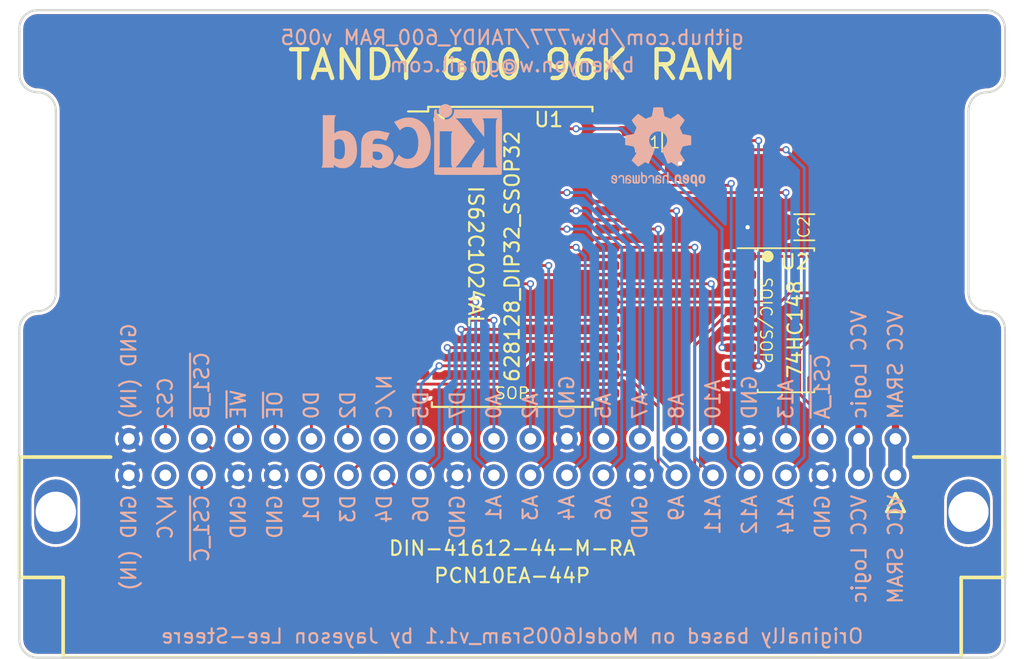
<source format=kicad_pcb>
(kicad_pcb (version 20171130) (host pcbnew 5.1.10-88a1d61d58~88~ubuntu20.10.1)
  (title_block (title "TANDY 600 96K SRAM") (date 2021-09-11) (rev 005) (company "Brian K. White - b.kenyon.w@gmail.com"))
  (layers (0 F.Cu signal) (31 B.Cu signal) (34 B.Paste user hide) (35 F.Paste user hide) (36 B.SilkS user) (37 F.SilkS user) (38 B.Mask user hide) (39 F.Mask user hide) (44 Edge.Cuts user))
  (net 0 "")
  (net 1 GND)
  (net 2 VMEM)
  (net 3 VCC)
  (net 4 /A14)
  (net 5 /A13)
  (net 6 /A12)
  (net 7 /A11)
  (net 8 /A10)
  (net 9 /A9)
  (net 10 /A8)
  (net 11 /A7)
  (net 12 /A6)
  (net 13 /A5)
  (net 14 /A4)
  (net 15 /A3)
  (net 16 /A2)
  (net 17 /A1)
  (net 18 /A0)
  (net 19 /D7)
  (net 20 /D6)
  (net 21 /D5)
  (net 22 /D4)
  (net 23 /D3)
  (net 24 /D2)
  (net 25 /D1)
  (net 26 /D0)
  (net 27 /~OE)
  (net 28 /~WE)
  (net 29 /CS2)
  (net 30 /A15)
  (net 31 /A16)
  (net 32 /~CS1)
  (net 33 /~CS1_B)
  (net 34 /~CS1_C)
  (net 35 /~CS1_A)
  (module 000_LOCAL:SOIC-SOP-16 (layer F.Cu) (at 165.1 113.665)
    (fp_text reference U2 (at 0.635 -4.064) (layer F.SilkS))
    (fp_text value 74HC148 (at 0.635 0.635 -90) (layer F.SilkS))
    (pad 5 smd roundrect (at -3.1735 0.635) (size 2.2 0.6) (layers F.Cu F.Paste F.Mask) (net 1 GND))
    (pad 12 smd roundrect (at 3.1735 0.635) (size 2.2 0.6) (layers F.Cu F.Paste F.Mask) (net 35 /~CS1_A))
    (pad 16 smd roundrect (at 3.1735 -4.445) (size 2.2 0.6) (layers F.Cu F.Paste F.Mask) (net 3 VCC))
    (pad 15 smd roundrect (at 3.1735 -3.175) (size 2.2 0.6) (layers F.Cu F.Paste F.Mask))
    (pad 14 smd roundrect (at 3.1735 -1.905) (size 2.2 0.6) (layers F.Cu F.Paste F.Mask) (net 32 /~CS1))
    (pad 13 smd roundrect (at 3.1735 -0.635) (size 2.2 0.6) (layers F.Cu F.Paste F.Mask) (net 3 VCC))
    (pad 11 smd roundrect (at 3.1735 1.905) (size 2.2 0.6) (layers F.Cu F.Paste F.Mask) (net 3 VCC))
    (pad 10 smd roundrect (at 3.1735 3.175) (size 2.2 0.6) (layers F.Cu F.Paste F.Mask) (net 34 /~CS1_C))
    (pad 9 smd roundrect (at 3.1735 4.445) (size 2.2 0.6) (layers F.Cu F.Paste F.Mask))
    (pad 8 smd roundrect (at -3.1735 4.445) (size 2.2 0.6) (layers F.Cu F.Paste F.Mask) (net 1 GND))
    (pad 7 smd roundrect (at -3.1735 3.175) (size 2.2 0.6) (layers F.Cu F.Paste F.Mask) (net 30 /A15))
    (pad 6 smd roundrect (at -3.1735 1.905) (size 2.2 0.6) (layers F.Cu F.Paste F.Mask) (net 31 /A16))
    (pad 4 smd roundrect (at -3.1735 -0.635) (size 2.2 0.6) (layers F.Cu F.Paste F.Mask) (net 33 /~CS1_B))
    (pad 3 smd roundrect (at -3.1735 -1.905) (size 2.2 0.6) (layers F.Cu F.Paste F.Mask) (net 3 VCC))
    (pad 2 smd roundrect (at -3.1735 -3.175) (size 2.2 0.6) (layers F.Cu F.Paste F.Mask) (net 3 VCC))
    (pad 1 smd roundrect (at -3.175 -4.445) (size 2.2 0.6) (layers F.Cu F.Paste F.Mask) (net 3 VCC))
  )
  (module 000_LOCAL:DIN41612-44P-male-horiz (layer F.Cu) (at 146.05 123.19)
    (fp_text reference J1 hide)
    (fp_text value DIN-41612-44-M-RA (at 0 6.35) (layer F.SilkS))
    (pad "" thru_hole oval (at -31.75 3.81) (size 2.999999 4.500001) (drill 2.799999) (layers *.Cu *.Mask))
    (pad "" thru_hole oval (at 31.75 3.81) (size 2.999999 4.500001) (drill 2.799999) (layers *.Cu *.Mask))
    (pad 22B thru_hole circle (at -26.67 -1.27) (size 1.524 1.524) (drill 0.8) (layers *.Cu *.Mask) (net 1 GND))
    (pad 22A thru_hole circle (at -26.67 1.27) (size 1.524 1.524) (drill 0.8) (layers *.Cu *.Mask) (net 1 GND))
    (pad 21B thru_hole circle (at -24.13 -1.27) (size 1.524 1.524) (drill 0.8) (layers *.Cu *.Mask) (net 29 /CS2))
    (pad 21A thru_hole circle (at -24.13 1.27) (size 1.524 1.524) (drill 0.8) (layers *.Cu *.Mask))
    (pad 20B thru_hole circle (at -21.59 -1.27) (size 1.524 1.524) (drill 0.8) (layers *.Cu *.Mask) (net 33 /~CS1_B))
    (pad 20A thru_hole circle (at -21.59 1.27) (size 1.524 1.524) (drill 0.8) (layers *.Cu *.Mask) (net 34 /~CS1_C))
    (pad 19B thru_hole circle (at -19.05 -1.27) (size 1.524 1.524) (drill 0.8) (layers *.Cu *.Mask) (net 28 /~WE))
    (pad 19A thru_hole circle (at -19.05 1.27) (size 1.524 1.524) (drill 0.8) (layers *.Cu *.Mask) (net 1 GND))
    (pad 18B thru_hole circle (at -16.51 -1.27) (size 1.524 1.524) (drill 0.8) (layers *.Cu *.Mask) (net 27 /~OE))
    (pad 18A thru_hole circle (at -16.51 1.27) (size 1.524 1.524) (drill 0.8) (layers *.Cu *.Mask) (net 1 GND))
    (pad 17B thru_hole circle (at -13.97 -1.27) (size 1.524 1.524) (drill 0.8) (layers *.Cu *.Mask) (net 26 /D0))
    (pad 17A thru_hole circle (at -13.97 1.27) (size 1.524 1.524) (drill 0.8) (layers *.Cu *.Mask) (net 25 /D1))
    (pad 16B thru_hole circle (at -11.43 -1.27) (size 1.524 1.524) (drill 0.8) (layers *.Cu *.Mask) (net 24 /D2))
    (pad 16A thru_hole circle (at -11.43 1.27) (size 1.524 1.524) (drill 0.8) (layers *.Cu *.Mask) (net 23 /D3))
    (pad 15B thru_hole circle (at -8.89 -1.27) (size 1.524 1.524) (drill 0.8) (layers *.Cu *.Mask))
    (pad 15A thru_hole circle (at -8.89 1.27) (size 1.524 1.524) (drill 0.8) (layers *.Cu *.Mask) (net 22 /D4))
    (pad 14B thru_hole circle (at -6.35 -1.27) (size 1.524 1.524) (drill 0.8) (layers *.Cu *.Mask) (net 21 /D5))
    (pad 14A thru_hole circle (at -6.35 1.27) (size 1.524 1.524) (drill 0.8) (layers *.Cu *.Mask) (net 20 /D6))
    (pad 13B thru_hole circle (at -3.81 -1.27) (size 1.524 1.524) (drill 0.8) (layers *.Cu *.Mask) (net 19 /D7))
    (pad 13A thru_hole circle (at -3.81 1.27) (size 1.524 1.524) (drill 0.8) (layers *.Cu *.Mask) (net 1 GND))
    (pad 12B thru_hole circle (at -1.27 -1.27) (size 1.524 1.524) (drill 0.8) (layers *.Cu *.Mask) (net 18 /A0))
    (pad 12A thru_hole circle (at -1.27 1.27) (size 1.524 1.524) (drill 0.8) (layers *.Cu *.Mask) (net 17 /A1))
    (pad 11B thru_hole circle (at 1.27 -1.27) (size 1.524 1.524) (drill 0.8) (layers *.Cu *.Mask) (net 16 /A2))
    (pad 11A thru_hole circle (at 1.27 1.27) (size 1.524 1.524) (drill 0.8) (layers *.Cu *.Mask) (net 15 /A3))
    (pad 10B thru_hole circle (at 3.81 -1.27) (size 1.524 1.524) (drill 0.8) (layers *.Cu *.Mask) (net 1 GND))
    (pad 10A thru_hole circle (at 3.81 1.27) (size 1.524 1.524) (drill 0.8) (layers *.Cu *.Mask) (net 14 /A4))
    (pad 9B thru_hole circle (at 6.35 -1.27) (size 1.524 1.524) (drill 0.8) (layers *.Cu *.Mask) (net 13 /A5))
    (pad 9A thru_hole circle (at 6.35 1.27) (size 1.524 1.524) (drill 0.8) (layers *.Cu *.Mask) (net 12 /A6))
    (pad 8B thru_hole circle (at 8.89 -1.27) (size 1.524 1.524) (drill 0.8) (layers *.Cu *.Mask) (net 11 /A7))
    (pad 8A thru_hole circle (at 8.89 1.27) (size 1.524 1.524) (drill 0.8) (layers *.Cu *.Mask) (net 1 GND))
    (pad 7B thru_hole circle (at 11.43 -1.27) (size 1.524 1.524) (drill 0.8) (layers *.Cu *.Mask) (net 10 /A8))
    (pad 7A thru_hole circle (at 11.43 1.27) (size 1.524 1.524) (drill 0.8) (layers *.Cu *.Mask) (net 9 /A9))
    (pad 6B thru_hole circle (at 13.97 -1.27) (size 1.524 1.524) (drill 0.8) (layers *.Cu *.Mask) (net 8 /A10))
    (pad 6A thru_hole circle (at 13.97 1.27) (size 1.524 1.524) (drill 0.8) (layers *.Cu *.Mask) (net 7 /A11))
    (pad 5B thru_hole circle (at 16.51 -1.27) (size 1.524 1.524) (drill 0.8) (layers *.Cu *.Mask) (net 1 GND))
    (pad 5A thru_hole circle (at 16.51 1.27) (size 1.524 1.524) (drill 0.8) (layers *.Cu *.Mask) (net 6 /A12))
    (pad 4B thru_hole circle (at 19.05 -1.27) (size 1.524 1.524) (drill 0.8) (layers *.Cu *.Mask) (net 5 /A13))
    (pad 4A thru_hole circle (at 19.05 1.27) (size 1.524 1.524) (drill 0.8) (layers *.Cu *.Mask) (net 4 /A14))
    (pad 3B thru_hole circle (at 21.59 -1.27) (size 1.524 1.524) (drill 0.8) (layers *.Cu *.Mask) (net 35 /~CS1_A))
    (pad 3A thru_hole circle (at 21.59 1.27) (size 1.524 1.524) (drill 0.8) (layers *.Cu *.Mask) (net 1 GND))
    (pad 2B thru_hole circle (at 24.13 -1.27) (size 1.524 1.524) (drill 0.8) (layers *.Cu *.Mask) (net 3 VCC))
    (pad 2A thru_hole circle (at 24.13 1.27) (size 1.524 1.524) (drill 0.8) (layers *.Cu *.Mask) (net 3 VCC))
    (pad 1B thru_hole circle (at 26.67 -1.27) (size 1.524 1.524) (drill 0.8) (layers *.Cu *.Mask) (net 2 VMEM))
    (pad 1A thru_hole circle (at 26.67 1.27) (size 1.524 1.524) (drill 0.8) (layers *.Cu *.Mask) (net 2 VMEM))
  )
  (module 000_LOCAL:SOP-32W (layer F.Cu) (at 146.05 109.22)
    (fp_text reference U1 (at 2.54 -9.525) (layer F.SilkS))
    (fp_text value 628128_DIP32_SSOP32 (at 0 0 -90) (layer F.SilkS))
    (pad 26 smd roundrect (at 6.6 -1.905) (size 1.7 0.625) (layers F.Cu F.Paste F.Mask) (net 9 /A9))
    (pad 7 smd roundrect (at -6.6 -1.905) (size 1.7 0.625) (layers F.Cu F.Paste F.Mask) (net 13 /A5))
    (pad 8 smd roundrect (at -6.6 -0.635) (size 1.7 0.625) (layers F.Cu F.Paste F.Mask) (net 14 /A4))
    (pad 25 smd roundrect (at 6.6 -0.635) (size 1.7 0.625) (layers F.Cu F.Paste F.Mask) (net 7 /A11))
    (pad 27 smd roundrect (at 6.6 -3.175) (size 1.7 0.625) (layers F.Cu F.Paste F.Mask) (net 10 /A8))
    (pad 6 smd roundrect (at -6.6 -3.175) (size 1.7 0.625) (layers F.Cu F.Paste F.Mask) (net 12 /A6))
    (pad 5 smd roundrect (at -6.6 -4.445) (size 1.7 0.625) (layers F.Cu F.Paste F.Mask) (net 11 /A7))
    (pad 28 smd roundrect (at 6.6 -4.445) (size 1.7 0.625) (layers F.Cu F.Paste F.Mask) (net 5 /A13))
    (pad 32 smd roundrect (at 6.6 -9.525) (size 1.7 0.625) (layers F.Cu F.Paste F.Mask) (net 2 VMEM))
    (pad 1 smd roundrect (at -6.6 -9.525) (size 1.7 0.625) (layers F.Cu F.Paste F.Mask))
    (pad 2 smd roundrect (at -6.6 -8.255) (size 1.7 0.625) (layers F.Cu F.Paste F.Mask) (net 31 /A16))
    (pad 31 smd roundrect (at 6.6 -8.255) (size 1.7 0.625) (layers F.Cu F.Paste F.Mask) (net 30 /A15))
    (pad 29 smd roundrect (at 6.6 -5.715) (size 1.7 0.625) (layers F.Cu F.Paste F.Mask) (net 28 /~WE))
    (pad 4 smd roundrect (at -6.6 -5.715) (size 1.7 0.625) (layers F.Cu F.Paste F.Mask) (net 6 /A12))
    (pad 3 smd roundrect (at -6.6 -6.985) (size 1.7 0.625) (layers F.Cu F.Paste F.Mask) (net 4 /A14))
    (pad 30 smd roundrect (at 6.6 -6.985) (size 1.7 0.625) (layers F.Cu F.Paste F.Mask) (net 29 /CS2))
    (pad 22 smd roundrect (at 6.6 3.175) (size 1.7 0.625) (layers F.Cu F.Paste F.Mask) (net 32 /~CS1))
    (pad 11 smd roundrect (at -6.6 3.175) (size 1.7 0.625) (layers F.Cu F.Paste F.Mask) (net 17 /A1))
    (pad 12 smd roundrect (at -6.6 4.445) (size 1.7 0.625) (layers F.Cu F.Paste F.Mask) (net 18 /A0))
    (pad 21 smd roundrect (at 6.6 4.445) (size 1.7 0.625) (layers F.Cu F.Paste F.Mask) (net 19 /D7))
    (pad 23 smd roundrect (at 6.6 1.905) (size 1.7 0.625) (layers F.Cu F.Paste F.Mask) (net 8 /A10))
    (pad 10 smd roundrect (at -6.6 1.905) (size 1.7 0.625) (layers F.Cu F.Paste F.Mask) (net 16 /A2))
    (pad 9 smd roundrect (at -6.6 0.635) (size 1.7 0.625) (layers F.Cu F.Paste F.Mask) (net 15 /A3))
    (pad 24 smd roundrect (at 6.6 0.635) (size 1.7 0.625) (layers F.Cu F.Paste F.Mask) (net 27 /~OE))
    (pad 20 smd roundrect (at 6.6 5.715) (size 1.7 0.625) (layers F.Cu F.Paste F.Mask) (net 20 /D6))
    (pad 13 smd roundrect (at -6.6 5.715) (size 1.7 0.625) (layers F.Cu F.Paste F.Mask) (net 26 /D0))
    (pad 14 smd roundrect (at -6.6 6.985) (size 1.7 0.625) (layers F.Cu F.Paste F.Mask) (net 25 /D1))
    (pad 19 smd roundrect (at 6.6 6.985) (size 1.7 0.625) (layers F.Cu F.Paste F.Mask) (net 21 /D5))
    (pad 17 smd roundrect (at 6.6 9.525) (size 1.7 0.625) (layers F.Cu F.Paste F.Mask) (net 23 /D3))
    (pad 16 smd roundrect (at -6.6 9.525) (size 1.7 0.625) (layers F.Cu F.Paste F.Mask) (net 1 GND))
    (pad 15 smd roundrect (at -6.6 8.255) (size 1.7 0.625) (layers F.Cu F.Paste F.Mask) (net 24 /D2))
    (pad 18 smd roundrect (at 6.6 8.255) (size 1.7 0.625) (layers F.Cu F.Paste F.Mask) (net 22 /D4))
  )
  (module 000_LOCAL:C_1206 (layer F.Cu) (at 166.37 107.188 180)
    (fp_text reference C2 (at 0.0254 0.005 90) (layer F.SilkS) (effects (font (size 0.8 0.8) (thickness 0.1))))
    (fp_text value 0.1uF)
    (pad 2 smd roundrect (at 1.475 0 180) (size 1.15 1.8) (layers F.Cu F.Paste F.Mask) (roundrect_rratio 0.2173904347826087) (net 1 GND))
    (pad 1 smd roundrect (at -1.475 0 180) (size 1.15 1.8) (layers F.Cu F.Paste F.Mask) (roundrect_rratio 0.2173904347826087) (net 3 VCC))
  )
  (module 000_LOCAL:C_1206 (layer F.Cu) (at 155.575 101.219 270)
    (fp_text reference C1 (at 0.0635 0 unlocked) (layer F.SilkS) (effects (font (size 0.8 0.8) (thickness 0.1))))
    (fp_text value 0.1uF)
    (pad 2 smd roundrect (at 1.475 0 270) (size 1.15 1.8) (layers F.Cu F.Paste F.Mask) (roundrect_rratio 0.2173904347826087) (net 1 GND))
    (pad 1 smd roundrect (at -1.475 0 270) (size 1.15 1.8) (layers F.Cu F.Paste F.Mask) (roundrect_rratio 0.2173904347826087) (net 2 VMEM))
  )
  (module 000_LOCAL:OSHW-6mm-ss (layer B.Cu) (at 156.21 101.6 180)
    (fp_text reference REF** hide)
    (fp_text value OSHW-6mm-ss hide)
  )
  (module 000_LOCAL:KiCad-5mm-ss (layer B.Cu) (at 139.065 101.6 180)
    (fp_text reference REF** hide)
    (fp_text value KiCad-5mm-ss hide)
  )
  (gr_arc (start 113.03 93.345) (end 111.76 93.345) (angle 90) (layer Edge.Cuts) (width 0.15))
  (gr_arc (start 179.07 93.345) (end 179.07 92.075) (angle 90) (layer Edge.Cuts) (width 0.15))
  (gr_arc (start 179.07 111.76) (end 179.07 113.03) (angle 90) (layer Edge.Cuts) (width 0.15))
  (gr_arc (start 179.07 99.06) (end 177.8 99.06) (angle 90) (layer Edge.Cuts) (width 0.15))
  (gr_arc (start 113.03 111.76) (end 114.3 111.76) (angle 90) (layer Edge.Cuts) (width 0.15))
  (gr_arc (start 113.03 99.06) (end 113.03 97.79) (angle 90) (layer Edge.Cuts) (width 0.15))
  (gr_text SOP (at 146.05 118.745) (layer F.SilkS) (effects (font (size 0.8 0.8) (thickness 0.1))))
  (gr_text SOIC/SOP (at 163.703 113.665 -90) (layer F.SilkS) (effects (font (size 0.8 0.8) (thickness 0.1))))
  (gr_text b.kenyon.w@gmail.com (at 146.05 95.885) (layer B.SilkS) (effects (font (size 1 1)) (justify mirror)))
  (gr_text "github.com/bkw777/TANDY_600_RAM v005" (at 146.05 93.98) (layer B.SilkS) (effects (font (size 1 1)) (justify mirror)))
  (gr_text "Originally based on Model600Sram_v1.1 by Jayeson Lee-Steere" (at 146.05 135.66) (layer B.SilkS) (effects (font (size 1 1)) (justify mirror)))
  (gr_text ~WE (at 127 120.65 90) (layer B.SilkS) (effects (font (size 1 1)) (justify right mirror)))
  (gr_text ~CS1_B~ (at 124.46 120.65 90) (layer B.SilkS) (effects (font (size 1 1)) (justify right mirror)))
  (gr_text "GND (IN)" (at 119.38 120.65 90) (layer B.SilkS) (effects (font (size 1 1)) (justify right mirror)))
  (gr_text CS2 (at 121.92 120.65 90) (layer B.SilkS) (effects (font (size 1 1)) (justify right mirror)))
  (gr_text D0 (at 132.08 120.65 90) (layer B.SilkS) (effects (font (size 1 1)) (justify right mirror)))
  (gr_text ~OE (at 129.54 120.65 90) (layer B.SilkS) (effects (font (size 1 1)) (justify right mirror)))
  (gr_text A5 (at 152.4 120.65 90) (layer B.SilkS) (effects (font (size 1 1)) (justify right mirror)))
  (gr_text GND (at 149.86 120.65 90) (layer B.SilkS) (effects (font (size 1 1)) (justify right mirror)))
  (gr_text A0 (at 144.78 120.65 90) (layer B.SilkS) (effects (font (size 1 1)) (justify right mirror)))
  (gr_text A2 (at 147.32 120.65 90) (layer B.SilkS) (effects (font (size 1 1)) (justify right mirror)))
  (gr_text N/C (at 137.16 120.65 90) (layer B.SilkS) (effects (font (size 1 1)) (justify right mirror)))
  (gr_text D2 (at 134.62 120.65 90) (layer B.SilkS) (effects (font (size 1 1)) (justify right mirror)))
  (gr_text D5 (at 139.7 120.65 90) (layer B.SilkS) (effects (font (size 1 1)) (justify right mirror)))
  (gr_text D7 (at 142.24 120.65 90) (layer B.SilkS) (effects (font (size 1 1)) (justify right mirror)))
  (gr_text GND (at 162.56 120.65 90) (layer B.SilkS) (effects (font (size 1 1)) (justify right mirror)))
  (gr_text A10 (at 160.02 120.65 90) (layer B.SilkS) (effects (font (size 1 1)) (justify right mirror)))
  (gr_text A7 (at 154.94 120.65 90) (layer B.SilkS) (effects (font (size 1 1)) (justify right mirror)))
  (gr_text A8 (at 157.48 120.65 90) (layer B.SilkS) (effects (font (size 1 1)) (justify right mirror)))
  (gr_text ~CS1_A~ (at 167.64 120.65 90) (layer B.SilkS) (effects (font (size 1 1)) (justify right mirror)))
  (gr_text A13 (at 165.1 120.65 90) (layer B.SilkS) (effects (font (size 1 1)) (justify right mirror)))
  (gr_text "VCC Logic" (at 170.18 120.65 90) (layer B.SilkS) (effects (font (size 1 1)) (justify right mirror)))
  (gr_text "VCC SRAM" (at 172.72 120.65 90) (layer B.SilkS) (effects (font (size 1 1)) (justify right mirror)))
  (gr_text "GND (IN)" (at 119.38 125.73 90) (layer B.SilkS) (effects (font (size 1 1)) (justify left mirror)))
  (gr_text GND (at 129.54 125.73 90) (layer B.SilkS) (effects (font (size 1 1)) (justify left mirror)))
  (gr_text GND (at 127 125.73 90) (layer B.SilkS) (effects (font (size 1 1)) (justify left mirror)))
  (gr_text N/C (at 121.92 125.73 90) (layer B.SilkS) (effects (font (size 1 1)) (justify left mirror)))
  (gr_text ~CS1_C~ (at 124.46 125.73 90) (layer B.SilkS) (effects (font (size 1 1)) (justify left mirror)))
  (gr_text D1 (at 132.08 125.73 90) (layer B.SilkS) (effects (font (size 1 1)) (justify left mirror)))
  (gr_text A6 (at 152.4 125.73 90) (layer B.SilkS) (effects (font (size 1 1)) (justify left mirror)))
  (gr_text A4 (at 149.86 125.73 90) (layer B.SilkS) (effects (font (size 1 1)) (justify left mirror)))
  (gr_text A1 (at 144.78 125.73 90) (layer B.SilkS) (effects (font (size 1 1)) (justify left mirror)))
  (gr_text A3 (at 147.32 125.73 90) (layer B.SilkS) (effects (font (size 1 1)) (justify left mirror)))
  (gr_text D4 (at 137.16 125.73 90) (layer B.SilkS) (effects (font (size 1 1)) (justify left mirror)))
  (gr_text D3 (at 134.62 125.73 90) (layer B.SilkS) (effects (font (size 1 1)) (justify left mirror)))
  (gr_text D6 (at 139.7 125.73 90) (layer B.SilkS) (effects (font (size 1 1)) (justify left mirror)))
  (gr_text GND (at 142.24 125.73 90) (layer B.SilkS) (effects (font (size 1 1)) (justify left mirror)))
  (gr_text A12 (at 162.56 125.73 90) (layer B.SilkS) (effects (font (size 1 1)) (justify left mirror)))
  (gr_text A11 (at 160.02 125.73 90) (layer B.SilkS) (effects (font (size 1 1)) (justify left mirror)))
  (gr_text GND (at 154.94 125.73 90) (layer B.SilkS) (effects (font (size 1 1)) (justify left mirror)))
  (gr_text A9 (at 157.48 125.73 90) (layer B.SilkS) (effects (font (size 1 1)) (justify left mirror)))
  (gr_text GND (at 167.64 125.73 90) (layer B.SilkS) (effects (font (size 1 1)) (justify left mirror)))
  (gr_text A14 (at 165.1 125.73 90) (layer B.SilkS) (effects (font (size 1 1)) (justify left mirror)))
  (gr_text "VCC Logic" (at 170.18 125.73 90) (layer B.SilkS) (effects (font (size 1 1)) (justify left mirror)))
  (gr_text "VCC SRAM" (at 172.72 125.73 90) (layer B.SilkS) (effects (font (size 1 1)) (justify left mirror)))
  (gr_text "TANDY 600 96K RAM" (at 146.05 95.885) (layer F.SilkS) (effects (font (size 2 2) (thickness 0.3))))
  (gr_text IS62C1024AL (at 143.51 109.22 -90) (layer F.SilkS) (effects (font (size 1 1))))
  (gr_line (start 177.8 111.76) (end 177.8 99.06) (angle 90) (layer Edge.Cuts) (width 0.15))
  (gr_line (start 114.3 99.06) (end 114.3 111.76) (angle 90) (layer Edge.Cuts) (width 0.15))
  (gr_line (start 180.34 93.345) (end 180.34 96.52) (angle 90) (layer Edge.Cuts) (width 0.15))
  (gr_line (start 111.76 93.345) (end 111.76 96.52) (angle 90) (layer Edge.Cuts) (width 0.15))
  (gr_line (start 180.34 114.3) (end 180.34 135.89) (angle 90) (layer Edge.Cuts) (width 0.15))
  (gr_arc (start 179.07 114.3) (end 179.07 113.03) (angle 90) (layer Edge.Cuts) (width 0.15))
  (gr_arc (start 179.07 96.52) (end 180.34 96.52) (angle 90) (layer Edge.Cuts) (width 0.15))
  (gr_line (start 111.76 114.3) (end 111.76 135.89) (angle 90) (layer Edge.Cuts) (width 0.15))
  (gr_arc (start 113.03 114.3) (end 111.76 114.3) (angle 90) (layer Edge.Cuts) (width 0.15))
  (gr_arc (start 113.03 96.52) (end 113.03 97.79) (angle 90) (layer Edge.Cuts) (width 0.15))
  (gr_text PCN10EA-44P (at 146.05 131.445) (layer F.SilkS) (effects (font (size 1 1))))
  (gr_line (start 179.07 137.16) (end 113.03 137.16) (angle 90) (layer Edge.Cuts) (width 0.15))
  (gr_line (start 113.03 92.075) (end 179.07 92.075) (angle 90) (layer Edge.Cuts) (width 0.15))
  (gr_arc (start 113.03 135.89) (end 113.03 137.16) (angle 90) (layer Edge.Cuts) (width 0.15))
  (gr_arc (start 179.07 135.89) (end 180.34 135.89) (angle 90) (layer Edge.Cuts) (width 0.15))
  (via (at 157.734 102.743) (size 0.5) (drill 0.3) (layers F.Cu B.Cu) (net 1))
  (via (at 162.433 107.188) (size 0.5) (drill 0.3) (layers F.Cu B.Cu) (net 1))
  (segment (start 172.72 124.46) (end 172.72 121.92) (width 1) (layer F.Cu) (net 2))
  (segment (start 172.72 121.92) (end 172.72 124.46) (width 1) (layer B.Cu) (net 2))
  (segment (start 155.526 99.695) (end 152.65 99.695) (width 0.5) (layer F.Cu) (net 2))
  (segment (start 155.575 99.744) (end 155.526 99.695) (width 0.5) (layer F.Cu) (net 2))
  (segment (start 172.72 121.92) (end 172.72 106.68) (width 0.5) (layer F.Cu) (net 2))
  (segment (start 172.72 106.68) (end 165.784 99.744) (width 0.5) (layer F.Cu) (net 2))
  (segment (start 165.784 99.744) (end 155.575 99.744) (width 0.5) (layer F.Cu) (net 2))
  (segment (start 170.18 124.46) (end 170.18 121.92) (width 1) (layer F.Cu) (net 3))
  (segment (start 170.18 121.92) (end 170.18 124.46) (width 1) (layer B.Cu) (net 3))
  (segment (start 168.2735 113.03) (end 170.18 113.03) (width 0.2) (layer F.Cu) (net 3))
  (segment (start 170.18 121.92) (end 170.18 115.57) (width 0.5) (layer F.Cu) (net 3))
  (segment (start 170.18 115.57) (end 170.18 113.03) (width 0.5) (layer F.Cu) (net 3))
  (segment (start 170.18 115.57) (end 168.2735 115.57) (width 0.2) (layer F.Cu) (net 3))
  (segment (start 161.9265 110.49) (end 161.9265 111.76) (width 0.2) (layer F.Cu) (net 3))
  (segment (start 161.925 110.4885) (end 161.9265 110.49) (width 0.2) (layer F.Cu) (net 3))
  (segment (start 161.925 109.22) (end 161.925 110.4885) (width 0.2) (layer F.Cu) (net 3))
  (segment (start 168.2735 109.22) (end 161.925 109.22) (width 0.2) (layer F.Cu) (net 3))
  (segment (start 170.18 109.728) (end 170.18 113.03) (width 0.5) (layer F.Cu) (net 3))
  (segment (start 169.672 109.22) (end 170.18 109.728) (width 0.5) (layer F.Cu) (net 3))
  (segment (start 168.2735 109.22) (end 169.672 109.22) (width 0.5) (layer F.Cu) (net 3))
  (segment (start 168.2735 107.6165) (end 168.2735 109.22) (width 0.5) (layer F.Cu) (net 3))
  (segment (start 167.845 107.188) (end 168.2735 107.6165) (width 0.5) (layer F.Cu) (net 3))
  (via (at 165.1 101.7905) (size 0.5) (drill 0.3) (layers F.Cu B.Cu) (net 4))
  (segment (start 144.145 102.235) (end 139.45 102.235) (width 0.2) (layer F.Cu) (net 4))
  (segment (start 144.78 101.6) (end 144.145 102.235) (width 0.2) (layer F.Cu) (net 4))
  (segment (start 156.6545 101.6) (end 144.78 101.6) (width 0.2) (layer F.Cu) (net 4))
  (segment (start 156.845 101.7905) (end 156.6545 101.6) (width 0.2) (layer F.Cu) (net 4))
  (segment (start 165.1 101.7905) (end 156.845 101.7905) (width 0.2) (layer F.Cu) (net 4))
  (segment (start 166.37 123.19) (end 165.1 124.46) (width 0.2) (layer B.Cu) (net 4))
  (segment (start 166.37 103.0605) (end 166.37 123.19) (width 0.2) (layer B.Cu) (net 4))
  (segment (start 165.1 101.7905) (end 166.37 103.0605) (width 0.2) (layer B.Cu) (net 4))
  (segment (start 165.1 121.92) (end 165.1 104.775) (width 0.2) (layer B.Cu) (net 5))
  (via (at 165.1 104.775) (size 0.5) (drill 0.3) (layers F.Cu B.Cu) (net 5))
  (segment (start 153.795 104.775) (end 152.65 104.775) (width 0.2) (layer F.Cu) (net 5))
  (segment (start 165.1 104.775) (end 153.795 104.775) (width 0.2) (layer F.Cu) (net 5))
  (segment (start 145.415 103.505) (end 139.45 103.505) (width 0.2) (layer F.Cu) (net 6))
  (segment (start 146.05 102.87) (end 145.415 103.505) (width 0.2) (layer F.Cu) (net 6))
  (segment (start 153.67 102.87) (end 146.05 102.87) (width 0.2) (layer F.Cu) (net 6))
  (segment (start 155.067 104.267) (end 153.67 102.87) (width 0.2) (layer F.Cu) (net 6))
  (segment (start 161.163 104.267) (end 155.067 104.267) (width 0.2) (layer F.Cu) (net 6))
  (segment (start 161.29 104.14) (end 161.163 104.267) (width 0.2) (layer F.Cu) (net 6))
  (segment (start 161.29 123.19) (end 162.56 124.46) (width 0.2) (layer B.Cu) (net 6))
  (segment (start 161.29 104.14) (end 161.29 123.19) (width 0.2) (layer B.Cu) (net 6))
  (via (at 161.29 104.14) (size 0.5) (drill 0.3) (layers F.Cu B.Cu) (net 6))
  (segment (start 158.75 123.19) (end 160.02 124.46) (width 0.2) (layer B.Cu) (net 7))
  (segment (start 158.75 108.585) (end 158.75 123.19) (width 0.2) (layer B.Cu) (net 7))
  (segment (start 158.75 108.585) (end 152.65 108.585) (width 0.2) (layer F.Cu) (net 7))
  (via (at 158.75 108.585) (size 0.5) (drill 0.3) (layers F.Cu B.Cu) (net 7))
  (segment (start 154.305 111.125) (end 152.65 111.125) (width 0.2) (layer F.Cu) (net 8))
  (segment (start 159.893 111.125) (end 154.305 111.125) (width 0.2) (layer F.Cu) (net 8))
  (segment (start 160.02 111.252) (end 160.02 121.92) (width 0.2) (layer B.Cu) (net 8))
  (segment (start 159.893 111.125) (end 160.02 111.252) (width 0.2) (layer B.Cu) (net 8))
  (via (at 159.893 111.125) (size 0.5) (drill 0.3) (layers F.Cu B.Cu) (net 8))
  (segment (start 156.21 107.315) (end 152.65 107.315) (width 0.2) (layer F.Cu) (net 9))
  (via (at 156.21 107.315) (size 0.5) (drill 0.3) (layers F.Cu B.Cu) (net 9))
  (segment (start 156.21 123.19) (end 157.48 124.46) (width 0.2) (layer B.Cu) (net 9))
  (segment (start 156.21 107.315) (end 156.21 123.19) (width 0.2) (layer B.Cu) (net 9))
  (segment (start 157.48 106.045) (end 152.65 106.045) (width 0.2) (layer F.Cu) (net 10))
  (via (at 157.48 106.045) (size 0.5) (drill 0.3) (layers F.Cu B.Cu) (net 10))
  (segment (start 157.48 119.253) (end 157.48 121.92) (width 0.2) (layer B.Cu) (net 10))
  (segment (start 157.48 106.045) (end 157.48 119.253) (width 0.2) (layer B.Cu) (net 10))
  (segment (start 149.86 104.775) (end 139.45 104.775) (width 0.2) (layer F.Cu) (net 11))
  (via (at 149.86 104.775) (size 0.5) (drill 0.3) (layers F.Cu B.Cu) (net 11))
  (segment (start 154.94 110.617) (end 154.94 121.92) (width 0.2) (layer B.Cu) (net 11))
  (segment (start 154.94 108.585) (end 154.94 110.617) (width 0.2) (layer B.Cu) (net 11))
  (segment (start 151.13 104.775) (end 154.94 108.585) (width 0.2) (layer B.Cu) (net 11))
  (segment (start 149.86 104.775) (end 151.13 104.775) (width 0.2) (layer B.Cu) (net 11))
  (segment (start 153.67 123.19) (end 152.4 124.46) (width 0.2) (layer B.Cu) (net 12))
  (segment (start 153.67 108.585) (end 153.67 123.19) (width 0.2) (layer B.Cu) (net 12))
  (segment (start 151.13 106.045) (end 153.67 108.585) (width 0.2) (layer B.Cu) (net 12))
  (segment (start 140.72 106.045) (end 139.45 106.045) (width 0.2) (layer F.Cu) (net 12))
  (segment (start 150.495 106.045) (end 140.72 106.045) (width 0.2) (layer F.Cu) (net 12))
  (segment (start 150.495 106.045) (end 151.13 106.045) (width 0.2) (layer B.Cu) (net 12))
  (via (at 150.495 106.045) (size 0.5) (drill 0.3) (layers F.Cu B.Cu) (net 12))
  (segment (start 149.86 107.315) (end 139.45 107.315) (width 0.2) (layer F.Cu) (net 13))
  (via (at 149.86 107.315) (size 0.5) (drill 0.3) (layers F.Cu B.Cu) (net 13))
  (segment (start 151.13 107.315) (end 152.4 108.585) (width 0.2) (layer B.Cu) (net 13))
  (segment (start 152.4 108.585) (end 152.4 121.92) (width 0.2) (layer B.Cu) (net 13))
  (segment (start 149.86 107.315) (end 151.13 107.315) (width 0.2) (layer B.Cu) (net 13))
  (segment (start 150.495 108.585) (end 139.45 108.585) (width 0.2) (layer F.Cu) (net 14))
  (segment (start 151.13 123.19) (end 149.86 124.46) (width 0.2) (layer B.Cu) (net 14))
  (segment (start 151.13 109.22) (end 151.13 123.19) (width 0.2) (layer B.Cu) (net 14))
  (segment (start 150.495 108.585) (end 151.13 109.22) (width 0.2) (layer B.Cu) (net 14))
  (via (at 150.495 108.585) (size 0.5) (drill 0.3) (layers F.Cu B.Cu) (net 14))
  (segment (start 148.59 109.855) (end 139.45 109.855) (width 0.2) (layer F.Cu) (net 15))
  (segment (start 148.59 109.855) (end 148.59 123.19) (width 0.2) (layer B.Cu) (net 15))
  (segment (start 148.59 123.19) (end 147.32 124.46) (width 0.2) (layer B.Cu) (net 15))
  (via (at 148.59 109.855) (size 0.5) (drill 0.3) (layers F.Cu B.Cu) (net 15))
  (segment (start 147.32 111.125) (end 139.45 111.125) (width 0.2) (layer F.Cu) (net 16))
  (segment (start 147.32 121.92) (end 147.32 111.125) (width 0.2) (layer B.Cu) (net 16))
  (via (at 147.32 111.125) (size 0.5) (drill 0.3) (layers F.Cu B.Cu) (net 16))
  (segment (start 143.51 123.19) (end 144.78 124.46) (width 0.2) (layer B.Cu) (net 17))
  (segment (start 143.51 112.395) (end 143.51 123.19) (width 0.2) (layer B.Cu) (net 17))
  (via (at 143.51 112.395) (size 0.5) (drill 0.3) (layers F.Cu B.Cu) (net 17))
  (segment (start 139.45 112.395) (end 143.51 112.395) (width 0.2) (layer F.Cu) (net 17))
  (segment (start 144.78 113.665) (end 139.45 113.665) (width 0.2) (layer F.Cu) (net 18))
  (segment (start 144.78 121.92) (end 144.78 113.665) (width 0.2) (layer B.Cu) (net 18))
  (via (at 144.78 113.665) (size 0.5) (drill 0.3) (layers F.Cu B.Cu) (net 18))
  (segment (start 146.030157 113.665) (end 152.65 113.665) (width 0.2) (layer F.Cu) (net 19))
  (segment (start 145.395157 114.3) (end 146.030157 113.665) (width 0.2) (layer F.Cu) (net 19))
  (segment (start 142.494 114.3) (end 145.395157 114.3) (width 0.2) (layer F.Cu) (net 19))
  (segment (start 142.24 118.745) (end 142.24 121.92) (width 0.2) (layer B.Cu) (net 19))
  (segment (start 142.5575 114.3635) (end 142.5575 118.4275) (width 0.2) (layer B.Cu) (net 19))
  (segment (start 142.494 114.3) (end 142.5575 114.3635) (width 0.2) (layer B.Cu) (net 19))
  (segment (start 142.5575 118.4275) (end 142.24 118.745) (width 0.2) (layer B.Cu) (net 19))
  (via (at 142.494 114.3) (size 0.5) (drill 0.3) (layers F.Cu B.Cu) (net 19))
  (segment (start 140.97 123.19) (end 139.7 124.46) (width 0.2) (layer B.Cu) (net 20))
  (segment (start 140.97 118.26875) (end 140.97 123.19) (width 0.2) (layer B.Cu) (net 20))
  (segment (start 141.6685 117.57025) (end 140.97 118.26875) (width 0.2) (layer B.Cu) (net 20))
  (segment (start 141.6685 115.697) (end 141.6685 117.57025) (width 0.2) (layer B.Cu) (net 20))
  (segment (start 141.5415 115.57) (end 141.6685 115.697) (width 0.2) (layer B.Cu) (net 20))
  (segment (start 146.685 114.935) (end 152.65 114.935) (width 0.2) (layer F.Cu) (net 20))
  (segment (start 146.05 115.57) (end 146.685 114.935) (width 0.2) (layer F.Cu) (net 20))
  (segment (start 141.5415 115.57) (end 146.05 115.57) (width 0.2) (layer F.Cu) (net 20))
  (via (at 141.5415 115.57) (size 0.5) (drill 0.3) (layers F.Cu B.Cu) (net 20))
  (segment (start 139.7 118.11) (end 139.7 121.92) (width 0.2) (layer B.Cu) (net 21))
  (segment (start 140.97 116.84) (end 139.7 118.11) (width 0.2) (layer B.Cu) (net 21))
  (via (at 140.97 116.84) (size 0.5) (drill 0.3) (layers F.Cu B.Cu) (net 21))
  (segment (start 147.32 116.205) (end 152.65 116.205) (width 0.2) (layer F.Cu) (net 21))
  (segment (start 146.685 116.84) (end 147.32 116.205) (width 0.2) (layer F.Cu) (net 21))
  (segment (start 140.97 116.84) (end 146.685 116.84) (width 0.2) (layer F.Cu) (net 21))
  (segment (start 139.065 126.365) (end 137.16 124.46) (width 0.2) (layer F.Cu) (net 22))
  (segment (start 155.321 126.365) (end 139.065 126.365) (width 0.2) (layer F.Cu) (net 22))
  (segment (start 156.21 125.476) (end 155.321 126.365) (width 0.2) (layer F.Cu) (net 22))
  (segment (start 156.21 119.6975) (end 156.21 125.476) (width 0.2) (layer F.Cu) (net 22))
  (segment (start 153.9875 117.475) (end 156.21 119.6975) (width 0.2) (layer F.Cu) (net 22))
  (segment (start 152.65 117.475) (end 153.9875 117.475) (width 0.2) (layer F.Cu) (net 22))
  (segment (start 135.89 123.19) (end 134.62 124.46) (width 0.2) (layer F.Cu) (net 23))
  (segment (start 135.89 120.523) (end 135.89 123.19) (width 0.2) (layer F.Cu) (net 23))
  (segment (start 138.303 118.11) (end 135.89 120.523) (width 0.2) (layer F.Cu) (net 23))
  (segment (start 145.415 118.11) (end 138.303 118.11) (width 0.2) (layer F.Cu) (net 23))
  (segment (start 146.05 118.745) (end 145.415 118.11) (width 0.2) (layer F.Cu) (net 23))
  (segment (start 152.65 118.745) (end 146.05 118.745) (width 0.2) (layer F.Cu) (net 23))
  (segment (start 137.795 117.475) (end 139.45 117.475) (width 0.2) (layer F.Cu) (net 24))
  (segment (start 134.62 120.65) (end 137.795 117.475) (width 0.2) (layer F.Cu) (net 24))
  (segment (start 134.62 121.92) (end 134.62 120.65) (width 0.2) (layer F.Cu) (net 24))
  (segment (start 133.35 123.19) (end 132.08 124.46) (width 0.2) (layer F.Cu) (net 25))
  (segment (start 133.35 120.65) (end 133.35 123.19) (width 0.2) (layer F.Cu) (net 25))
  (segment (start 137.795 116.205) (end 133.35 120.65) (width 0.2) (layer F.Cu) (net 25))
  (segment (start 139.45 116.205) (end 137.795 116.205) (width 0.2) (layer F.Cu) (net 25))
  (segment (start 137.795 114.935) (end 132.08 120.65) (width 0.2) (layer F.Cu) (net 26))
  (segment (start 132.08 120.65) (end 132.08 121.92) (width 0.2) (layer F.Cu) (net 26))
  (segment (start 139.45 114.935) (end 137.795 114.935) (width 0.2) (layer F.Cu) (net 26))
  (segment (start 149.70125 109.855) (end 152.65 109.855) (width 0.2) (layer F.Cu) (net 27))
  (segment (start 149.06625 110.49) (end 149.70125 109.855) (width 0.2) (layer F.Cu) (net 27))
  (segment (start 137.795 110.49) (end 149.06625 110.49) (width 0.2) (layer F.Cu) (net 27))
  (segment (start 129.54 118.745) (end 137.795 110.49) (width 0.2) (layer F.Cu) (net 27))
  (segment (start 129.54 121.92) (end 129.54 118.745) (width 0.2) (layer F.Cu) (net 27))
  (segment (start 127 121.92) (end 127 121.285) (width 0.25) (layer F.Cu) (net 28))
  (segment (start 127 114.935) (end 127 121.92) (width 0.2) (layer F.Cu) (net 28))
  (segment (start 137.795 104.14) (end 127 114.935) (width 0.2) (layer F.Cu) (net 28))
  (segment (start 146.05 104.14) (end 137.795 104.14) (width 0.2) (layer F.Cu) (net 28))
  (segment (start 146.685 103.505) (end 146.05 104.14) (width 0.2) (layer F.Cu) (net 28))
  (segment (start 152.65 103.505) (end 146.685 103.505) (width 0.2) (layer F.Cu) (net 28))
  (segment (start 145.415 102.235) (end 152.65 102.235) (width 0.2) (layer F.Cu) (net 29))
  (segment (start 144.78 102.87) (end 145.415 102.235) (width 0.2) (layer F.Cu) (net 29))
  (segment (start 137.795 102.87) (end 144.78 102.87) (width 0.2) (layer F.Cu) (net 29))
  (segment (start 121.92 118.745) (end 137.795 102.87) (width 0.2) (layer F.Cu) (net 29))
  (segment (start 121.92 121.92) (end 121.92 118.745) (width 0.2) (layer F.Cu) (net 29))
  (segment (start 152.8405 101.1555) (end 152.65 100.965) (width 0.2) (layer F.Cu) (net 30))
  (segment (start 163.195 101.1555) (end 152.8405 101.1555) (width 0.2) (layer F.Cu) (net 30))
  (via (at 163.195 101.1555) (size 0.5) (drill 0.3) (layers F.Cu B.Cu) (net 30))
  (segment (start 163.195 116.84) (end 161.9265 116.84) (width 0.5) (layer F.Cu) (net 30))
  (segment (start 163.195 116.84) (end 163.195 101.1555) (width 0.2) (layer B.Cu) (net 30))
  (via (at 163.195 116.84) (size 0.5) (drill 0.3) (layers F.Cu B.Cu) (net 30))
  (segment (start 142.875 100.965) (end 139.45 100.965) (width 0.2) (layer F.Cu) (net 31))
  (segment (start 143.51 100.33) (end 142.875 100.965) (width 0.2) (layer F.Cu) (net 31))
  (segment (start 150.495 100.33) (end 143.51 100.33) (width 0.2) (layer F.Cu) (net 31))
  (via (at 150.495 100.33) (size 0.5) (drill 0.3) (layers F.Cu B.Cu) (net 31))
  (segment (start 153.67 100.33) (end 150.495 100.33) (width 0.2) (layer B.Cu) (net 31))
  (segment (start 160.655 107.315) (end 153.67 100.33) (width 0.2) (layer B.Cu) (net 31))
  (segment (start 160.655 115.57) (end 160.655 107.315) (width 0.2) (layer B.Cu) (net 31))
  (via (at 160.655 115.57) (size 0.5) (drill 0.3) (layers F.Cu B.Cu) (net 31))
  (segment (start 160.655 115.57) (end 161.9265 115.57) (width 0.5) (layer F.Cu) (net 31))
  (segment (start 165.354 111.76) (end 168.2735 111.76) (width 0.2) (layer F.Cu) (net 32))
  (segment (start 164.719 112.395) (end 165.354 111.76) (width 0.2) (layer F.Cu) (net 32))
  (segment (start 152.65 112.395) (end 164.719 112.395) (width 0.2) (layer F.Cu) (net 32))
  (segment (start 125.73 123.19) (end 124.46 121.92) (width 0.2) (layer F.Cu) (net 33))
  (segment (start 125.73 125.73) (end 125.73 123.19) (width 0.2) (layer F.Cu) (net 33))
  (segment (start 156.845 127.635) (end 127.635 127.635) (width 0.2) (layer F.Cu) (net 33))
  (segment (start 158.75 125.73) (end 156.845 127.635) (width 0.2) (layer F.Cu) (net 33))
  (segment (start 127.635 127.635) (end 125.73 125.73) (width 0.2) (layer F.Cu) (net 33))
  (segment (start 158.75 115.443) (end 158.75 125.73) (width 0.2) (layer F.Cu) (net 33))
  (segment (start 161.163 113.03) (end 158.75 115.443) (width 0.2) (layer F.Cu) (net 33))
  (segment (start 161.9265 113.03) (end 161.163 113.03) (width 0.2) (layer F.Cu) (net 33))
  (segment (start 167.513 116.84) (end 168.2735 116.84) (width 0.2) (layer F.Cu) (net 34))
  (segment (start 166.6875 118.5545) (end 166.6875 117.6655) (width 0.2) (layer F.Cu) (net 34))
  (segment (start 168.91 120.777) (end 166.6875 118.5545) (width 0.2) (layer F.Cu) (net 34))
  (segment (start 168.91 125.73) (end 168.91 120.777) (width 0.2) (layer F.Cu) (net 34))
  (segment (start 165.735 128.905) (end 168.91 125.73) (width 0.2) (layer F.Cu) (net 34))
  (segment (start 127.635 128.905) (end 165.735 128.905) (width 0.2) (layer F.Cu) (net 34))
  (segment (start 166.6875 117.6655) (end 167.513 116.84) (width 0.2) (layer F.Cu) (net 34))
  (segment (start 124.46 125.73) (end 127.635 128.905) (width 0.2) (layer F.Cu) (net 34))
  (segment (start 124.46 124.46) (end 124.46 125.73) (width 0.2) (layer F.Cu) (net 34))
  (segment (start 167.513 114.3) (end 168.2735 114.3) (width 0.2) (layer F.Cu) (net 35))
  (segment (start 166.0525 115.7605) (end 167.513 114.3) (width 0.2) (layer F.Cu) (net 35))
  (segment (start 167.64 120.396) (end 166.0525 118.8085) (width 0.2) (layer F.Cu) (net 35))
  (segment (start 166.0525 118.8085) (end 166.0525 115.7605) (width 0.2) (layer F.Cu) (net 35))
  (segment (start 167.64 121.92) (end 167.64 120.396) (width 0.2) (layer F.Cu) (net 35))
  (zone (net 1) (net_name GND) (layer B.Cu) (connect_pads (clearance 0.2)) (min_thickness 0.2) (fill yes (arc_segments 16) (thermal_gap 0.2) (thermal_bridge_width 0.4) (smoothing fillet) (radius 0.1))
    (polygon (pts (xy 146.05 137.16) (xy 180.34 137.16) (xy 180.34 92.075) (xy 111.76 92.075) (xy 111.76 137.16)))
  )
  (zone (net 1) (net_name GND) (layer F.Cu) (connect_pads (clearance 0.2)) (min_thickness 0.2) (fill yes (arc_segments 16) (thermal_gap 0.2) (thermal_bridge_width 0.4) (smoothing fillet) (radius 0.1))
    (polygon (pts (xy 146.05 137.16) (xy 180.34 137.16) (xy 180.34 92.075) (xy 111.76 92.075) (xy 111.76 137.16)))
  )
)
</source>
